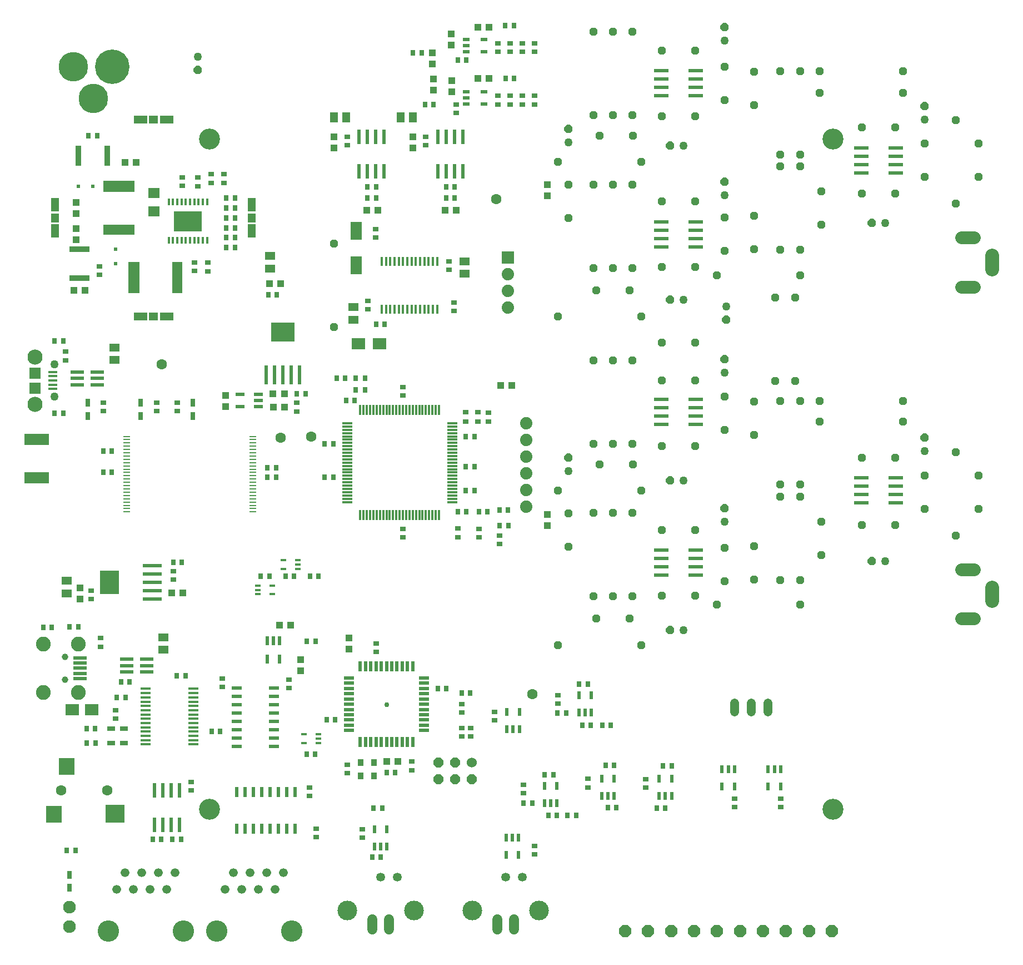
<source format=gts>
G75*
%MOIN*%
%OFA0B0*%
%FSLAX24Y24*%
%IPPOS*%
%LPD*%
%AMOC8*
5,1,8,0,0,1.08239X$1,22.5*
%
%ADD10C,0.1260*%
%ADD11R,0.0394X0.0433*%
%ADD12R,0.0610X0.0217*%
%ADD13R,0.0217X0.0610*%
%ADD14R,0.0276X0.0354*%
%ADD15R,0.0354X0.0276*%
%ADD16R,0.0315X0.0472*%
%ADD17C,0.0531*%
%ADD18C,0.1181*%
%ADD19R,0.0591X0.0157*%
%ADD20R,0.0846X0.0709*%
%ADD21R,0.0591X0.0512*%
%ADD22R,0.0787X0.0236*%
%ADD23R,0.0472X0.0315*%
%ADD24C,0.0394*%
%ADD25C,0.0886*%
%ADD26R,0.0787X0.0197*%
%ADD27R,0.0217X0.0472*%
%ADD28R,0.0354X0.0433*%
%ADD29C,0.0600*%
%ADD30C,0.0630*%
%ADD31R,0.0945X0.1004*%
%ADD32R,0.1142X0.1083*%
%ADD33C,0.0525*%
%ADD34C,0.1280*%
%ADD35OC8,0.0709*%
%ADD36C,0.0540*%
%ADD37R,0.0240X0.0870*%
%ADD38R,0.0236X0.0554*%
%ADD39R,0.0433X0.0394*%
%ADD40C,0.0760*%
%ADD41C,0.0600*%
%ADD42OC8,0.0600*%
%ADD43R,0.0236X0.0610*%
%ADD44R,0.0610X0.0236*%
%ADD45R,0.0120X0.0390*%
%ADD46R,0.1673X0.1201*%
%ADD47R,0.0709X0.0630*%
%ADD48R,0.0236X0.0236*%
%ADD49R,0.0620X0.1870*%
%ADD50R,0.0659X0.1870*%
%ADD51R,0.1870X0.0620*%
%ADD52R,0.1870X0.0659*%
%ADD53R,0.0413X0.0236*%
%ADD54R,0.0137X0.0550*%
%ADD55R,0.0709X0.1083*%
%ADD56OC8,0.0480*%
%ADD57R,0.0512X0.0591*%
%ADD58R,0.0870X0.0240*%
%ADD59OC8,0.0500*%
%ADD60C,0.0500*%
%ADD61R,0.0433X0.0098*%
%ADD62R,0.0138X0.0591*%
%ADD63R,0.0591X0.0138*%
%ADD64R,0.0354X0.0295*%
%ADD65C,0.1772*%
%ADD66C,0.2067*%
%ADD67C,0.0740*%
%ADD68R,0.1197X0.0319*%
%ADD69R,0.0319X0.1197*%
%ADD70C,0.0827*%
%ADD71C,0.0768*%
%ADD72R,0.0472X0.0551*%
%ADD73R,0.0551X0.0472*%
%ADD74R,0.0472X0.0787*%
%ADD75R,0.0787X0.0472*%
%ADD76C,0.0906*%
%ADD77C,0.0502*%
%ADD78R,0.0531X0.0157*%
%ADD79R,0.0709X0.0709*%
%ADD80R,0.0295X0.0354*%
%ADD81R,0.0740X0.0740*%
%ADD82R,0.1457X0.0669*%
%ADD83R,0.1166X0.1417*%
%ADD84R,0.1130X0.0200*%
%ADD85R,0.1417X0.1166*%
%ADD86R,0.0200X0.1130*%
%ADD87R,0.0554X0.0236*%
%ADD88R,0.0354X0.0157*%
%ADD89R,0.0236X0.0472*%
%ADD90C,0.0295*%
D10*
X011668Y019302D03*
X049070Y019302D03*
X049070Y059460D03*
X011668Y059460D03*
D11*
X019148Y059598D03*
X019148Y058928D03*
X023873Y058928D03*
X023873Y059598D03*
X025111Y062391D03*
X025111Y063060D03*
X025054Y063948D03*
X025054Y064617D03*
X026171Y065090D03*
X026171Y065759D03*
X026230Y062964D03*
X026230Y062294D03*
X031944Y056743D03*
X031944Y056074D03*
X031944Y036960D03*
X031944Y036291D03*
X020063Y029560D03*
X020063Y028891D03*
X017136Y028262D03*
X017136Y027593D03*
X022301Y022153D03*
X022970Y022153D03*
X003905Y031900D03*
X003905Y032569D03*
X012658Y043429D03*
X012658Y044099D03*
X003696Y053417D03*
X003696Y054086D03*
X003696Y054991D03*
X003696Y055661D03*
D12*
X020035Y027169D03*
X020035Y026854D03*
X020035Y026539D03*
X020035Y026224D03*
X020035Y025909D03*
X020035Y025594D03*
X020035Y025279D03*
X020035Y024964D03*
X020035Y024649D03*
X020035Y024334D03*
X020035Y024020D03*
X024562Y024020D03*
X024562Y024334D03*
X024562Y024649D03*
X024562Y024964D03*
X024562Y025279D03*
X024562Y025594D03*
X024562Y025909D03*
X024562Y026224D03*
X024562Y026539D03*
X024562Y026854D03*
X024562Y027169D03*
D13*
X023873Y027858D03*
X023559Y027858D03*
X023244Y027858D03*
X022929Y027858D03*
X022614Y027858D03*
X022299Y027858D03*
X021984Y027858D03*
X021669Y027858D03*
X021354Y027858D03*
X021039Y027858D03*
X020724Y027858D03*
X020724Y023331D03*
X021039Y023331D03*
X021354Y023331D03*
X021669Y023331D03*
X021984Y023331D03*
X022299Y023331D03*
X022614Y023331D03*
X022929Y023331D03*
X023244Y023331D03*
X023559Y023331D03*
X023873Y023331D03*
D14*
X022826Y021502D03*
X022314Y021502D03*
X022041Y019347D03*
X021530Y019347D03*
X021445Y016439D03*
X021957Y016439D03*
X018019Y022606D03*
X017508Y022606D03*
X018698Y024649D03*
X019210Y024649D03*
X018041Y029374D03*
X017529Y029374D03*
X017711Y033279D03*
X018223Y033279D03*
X016747Y033279D03*
X016235Y033279D03*
X015270Y033279D03*
X014759Y033279D03*
X010028Y034109D03*
X009516Y034109D03*
X005821Y039480D03*
X005310Y039480D03*
X005310Y040759D03*
X005821Y040759D03*
X002908Y043023D03*
X002396Y043023D03*
X002392Y047351D03*
X002903Y047351D03*
X012692Y052964D03*
X013203Y052964D03*
X013203Y053554D03*
X012692Y053554D03*
X012692Y054145D03*
X013203Y054145D03*
X013203Y054735D03*
X012692Y054735D03*
X012692Y055326D03*
X013203Y055326D03*
X013203Y055917D03*
X012692Y055917D03*
X015203Y050144D03*
X015715Y050144D03*
X019306Y045138D03*
X019818Y045138D03*
X019877Y043810D03*
X020388Y043810D03*
X019109Y041202D03*
X018597Y041202D03*
X018597Y039184D03*
X019109Y039184D03*
X015664Y039184D03*
X015152Y039184D03*
X015152Y039775D03*
X015664Y039775D03*
X016924Y044204D03*
X017436Y044204D03*
X021681Y048349D03*
X022193Y048349D03*
X027062Y041645D03*
X027573Y041645D03*
X027573Y039824D03*
X027062Y039824D03*
X027062Y038397D03*
X027573Y038397D03*
X027849Y037117D03*
X028361Y037117D03*
X029074Y037219D03*
X029586Y037219D03*
X029598Y036298D03*
X029087Y036298D03*
X027081Y037117D03*
X026570Y037117D03*
X025890Y026539D03*
X025378Y026539D03*
X026818Y026249D03*
X027330Y026249D03*
X031786Y021369D03*
X032298Y021369D03*
X031034Y019674D03*
X030522Y019674D03*
X032004Y018922D03*
X032515Y018922D03*
X033156Y018922D03*
X033668Y018922D03*
X035578Y019380D03*
X036090Y019380D03*
X035963Y021934D03*
X035451Y021934D03*
X035231Y024322D03*
X035743Y024322D03*
X034562Y024322D03*
X034050Y024322D03*
X033072Y025063D03*
X032561Y025063D03*
X033853Y026783D03*
X034365Y026783D03*
X038893Y021891D03*
X039405Y021891D03*
X039023Y019370D03*
X038511Y019370D03*
X012329Y023949D03*
X011817Y023949D03*
X010239Y027309D03*
X009727Y027309D03*
X006889Y026939D03*
X006377Y026939D03*
X006127Y025999D03*
X006639Y025999D03*
X004829Y024134D03*
X004317Y024134D03*
X004327Y023249D03*
X004839Y023249D03*
X008275Y017508D03*
X008787Y017508D03*
X009458Y017507D03*
X009969Y017507D03*
X003634Y016830D03*
X003122Y016830D03*
X003294Y030215D03*
X003806Y030215D03*
X002225Y030210D03*
X001714Y030210D03*
X021156Y055917D03*
X021668Y055917D03*
X021668Y056606D03*
X021156Y056606D03*
X024601Y061527D03*
X025113Y061527D03*
X026570Y064184D03*
X027081Y064184D03*
X029444Y063083D03*
X029956Y063083D03*
X029936Y066251D03*
X029424Y066251D03*
X024408Y064616D03*
X023896Y064616D03*
X025881Y056606D03*
X026392Y056606D03*
X026392Y055917D03*
X025881Y055917D03*
X004936Y059657D03*
X004424Y059657D03*
D15*
X010056Y057169D03*
X010056Y056657D03*
X010979Y056645D03*
X010979Y057157D03*
X011766Y057354D03*
X011766Y056842D03*
X012554Y056842D03*
X012554Y057354D03*
X011570Y052055D03*
X011570Y051543D03*
X010765Y051546D03*
X010765Y052058D03*
X005073Y051842D03*
X005073Y051330D03*
X003046Y046724D03*
X003046Y046212D03*
X005320Y043672D03*
X005320Y043161D03*
X008529Y043151D03*
X008529Y043663D03*
X009746Y043664D03*
X009746Y043152D03*
X016925Y043140D03*
X016925Y043652D03*
X021195Y049254D03*
X021195Y049766D03*
X021660Y053560D03*
X021660Y054071D03*
X026038Y052137D03*
X026038Y051625D03*
X026333Y049676D03*
X026333Y049165D03*
X023282Y044607D03*
X023282Y044096D03*
X028419Y043052D03*
X028419Y042540D03*
X027847Y036108D03*
X027847Y035597D03*
X029089Y035700D03*
X029089Y035188D03*
X026571Y035612D03*
X026571Y036124D03*
X023282Y036094D03*
X023282Y035582D03*
X021669Y029230D03*
X021669Y028718D03*
X016434Y027075D03*
X016434Y026564D03*
X012455Y026625D03*
X012455Y027137D03*
X009519Y033058D03*
X009519Y033570D03*
X005140Y029550D03*
X005140Y029038D03*
X004572Y031895D03*
X004572Y032407D03*
X006043Y025240D03*
X006043Y024728D03*
X010565Y020933D03*
X010565Y020421D03*
X017692Y020593D03*
X017692Y020081D03*
X018095Y018143D03*
X018095Y017631D03*
X020860Y017586D03*
X020860Y018098D03*
X019951Y021463D03*
X019951Y021975D03*
X023813Y022153D03*
X023813Y021641D03*
X026806Y023650D03*
X026806Y024162D03*
X027358Y024160D03*
X027358Y023648D03*
X026802Y025087D03*
X026802Y025599D03*
X028784Y025126D03*
X028784Y024614D03*
X030525Y020759D03*
X030525Y020247D03*
X031185Y017106D03*
X031185Y016594D03*
X034370Y020604D03*
X034370Y021116D03*
X037835Y021104D03*
X037835Y020592D03*
X032565Y025618D03*
X032565Y026130D03*
X043172Y019927D03*
X043172Y019415D03*
X045950Y019415D03*
X045950Y019927D03*
X024650Y059087D03*
X024650Y059599D03*
X026486Y061024D03*
X026486Y061536D03*
X028984Y061536D03*
X028984Y062048D03*
X029703Y062048D03*
X029703Y061536D03*
X030440Y061536D03*
X030440Y062048D03*
X031169Y062048D03*
X031169Y061536D03*
X031167Y064697D03*
X031167Y065209D03*
X030440Y065210D03*
X030440Y064698D03*
X029703Y064698D03*
X029703Y065210D03*
X028984Y065210D03*
X028984Y064698D03*
X019944Y059597D03*
X019944Y059086D03*
D16*
X010684Y043663D03*
X010684Y042875D03*
X007534Y042875D03*
X007534Y043663D03*
X004384Y043663D03*
X004384Y042875D03*
X003287Y015371D03*
X003287Y014584D03*
D17*
X021961Y015220D03*
X022961Y015220D03*
X029461Y015220D03*
X030461Y015220D03*
D18*
X031461Y013220D03*
X027461Y013220D03*
X023961Y013220D03*
X019961Y013220D03*
D19*
X010715Y023186D03*
X010715Y023442D03*
X010715Y023698D03*
X010715Y023954D03*
X010715Y024210D03*
X010715Y024465D03*
X010715Y024721D03*
X010715Y024977D03*
X010715Y025233D03*
X010715Y025489D03*
X010715Y025745D03*
X010715Y026001D03*
X010715Y026257D03*
X010715Y026513D03*
X007861Y026513D03*
X007861Y026257D03*
X007861Y026001D03*
X007861Y025745D03*
X007861Y025489D03*
X007861Y025233D03*
X007861Y024977D03*
X007861Y024721D03*
X007861Y024465D03*
X007861Y024210D03*
X007861Y023954D03*
X007861Y023698D03*
X007861Y023442D03*
X007861Y023186D03*
D20*
X004609Y025249D03*
X003447Y025249D03*
X020610Y047209D03*
X021889Y047209D03*
D21*
X020301Y048640D03*
X020301Y049388D03*
X015310Y051704D03*
X015310Y052452D03*
X005972Y046965D03*
X005972Y046217D03*
X003105Y032983D03*
X003105Y032235D03*
X008903Y029604D03*
X008903Y028856D03*
X026989Y051380D03*
X026989Y052128D03*
D22*
X007923Y028283D03*
X007923Y027909D03*
X007923Y027535D03*
X006703Y027535D03*
X006703Y027909D03*
X006703Y028283D03*
X004955Y044739D03*
X004955Y045113D03*
X004955Y045487D03*
X003734Y045487D03*
X003734Y045113D03*
X003734Y044739D03*
D23*
X005774Y024134D03*
X006562Y024134D03*
X006562Y023249D03*
X005774Y023249D03*
D24*
X003020Y027060D03*
X003020Y028438D03*
D25*
X003807Y029186D03*
X001720Y029186D03*
X001720Y026312D03*
X003807Y026312D03*
D26*
X003906Y027119D03*
X003906Y027434D03*
X003906Y027749D03*
X003906Y028064D03*
X003906Y028379D03*
D27*
X021577Y018084D03*
X022325Y018084D03*
X022325Y017060D03*
X021951Y017060D03*
X021577Y017060D03*
X029481Y016569D03*
X029481Y017592D03*
X029855Y017592D03*
X030229Y017592D03*
X030229Y016569D03*
X035211Y020100D03*
X035585Y020100D03*
X035959Y020100D03*
X035959Y021124D03*
X035211Y021124D03*
X038656Y021124D03*
X039404Y021124D03*
X039404Y020100D03*
X039030Y020100D03*
X038656Y020100D03*
X042428Y020661D03*
X043176Y020661D03*
X043176Y021684D03*
X042802Y021684D03*
X042428Y021684D03*
X045196Y021684D03*
X045570Y021684D03*
X045944Y021684D03*
X045944Y020661D03*
X045196Y020661D03*
X030268Y024098D03*
X029894Y024098D03*
X029520Y024098D03*
X029520Y025122D03*
X030268Y025122D03*
D28*
X021559Y022082D03*
X020732Y022082D03*
X020732Y021294D03*
X021559Y021294D03*
D29*
X021461Y012697D02*
X021461Y012097D01*
X022461Y012097D02*
X022461Y012697D01*
X028961Y012697D02*
X028961Y012097D01*
X029961Y012097D02*
X029961Y012697D01*
D30*
X031058Y026192D03*
X017770Y041645D03*
X015949Y041546D03*
X008814Y045976D03*
X028892Y055867D03*
X005551Y020427D03*
X002795Y020427D03*
D31*
X003110Y021874D03*
X002362Y018980D03*
D32*
X006023Y019020D03*
D33*
X006625Y015480D03*
X007625Y015480D03*
X007125Y014480D03*
X008125Y014480D03*
X008625Y015480D03*
X009125Y014480D03*
X009625Y015480D03*
X012625Y014480D03*
X013125Y015480D03*
X013625Y014480D03*
X014625Y014480D03*
X014125Y015480D03*
X015125Y015480D03*
X015625Y014480D03*
X016125Y015480D03*
X006125Y014480D03*
D34*
X005625Y011980D03*
X010125Y011980D03*
X012125Y011980D03*
X016625Y011980D03*
D35*
X036615Y011999D03*
X037993Y011999D03*
X039371Y011999D03*
X040749Y011999D03*
X042126Y011999D03*
X043504Y011999D03*
X044882Y011999D03*
X046260Y011999D03*
X047638Y011999D03*
X049016Y011999D03*
D36*
X045180Y025127D02*
X045180Y025667D01*
X044180Y025667D02*
X044180Y025127D01*
X043180Y025127D02*
X043180Y025667D01*
D37*
X026886Y057544D03*
X026386Y057544D03*
X025886Y057544D03*
X025386Y057544D03*
X025386Y059604D03*
X025886Y059604D03*
X026386Y059604D03*
X026886Y059604D03*
X022162Y059604D03*
X021662Y059604D03*
X021162Y059604D03*
X020662Y059604D03*
X020662Y057544D03*
X021162Y057544D03*
X021662Y057544D03*
X022162Y057544D03*
X009875Y020427D03*
X009375Y020427D03*
X008875Y020427D03*
X008375Y020427D03*
X008375Y018367D03*
X008875Y018367D03*
X009375Y018367D03*
X009875Y018367D03*
D38*
X015138Y028294D03*
X015886Y028294D03*
X015886Y029400D03*
X015512Y029400D03*
X015138Y029400D03*
D39*
X015881Y030342D03*
X016550Y030342D03*
X010069Y032279D03*
X009399Y032279D03*
X015498Y043412D03*
X016167Y043412D03*
X016164Y044210D03*
X015495Y044210D03*
X015270Y050798D03*
X015940Y050798D03*
X021117Y055200D03*
X021787Y055200D03*
X025802Y055200D03*
X026471Y055200D03*
X027788Y063083D03*
X028458Y063083D03*
X028458Y066156D03*
X027788Y066156D03*
X029148Y044696D03*
X029818Y044696D03*
X007283Y058077D03*
X006614Y058077D03*
X004227Y050405D03*
X003558Y050405D03*
D40*
X003287Y012263D03*
X003287Y013433D03*
D41*
X027416Y022112D03*
D42*
X026416Y022112D03*
X025416Y022112D03*
X025416Y021112D03*
X026416Y021112D03*
X027416Y021112D03*
D43*
X016822Y020345D03*
X016322Y020345D03*
X015822Y020345D03*
X015322Y020345D03*
X014822Y020345D03*
X014322Y020345D03*
X013822Y020345D03*
X013322Y020345D03*
X013322Y018141D03*
X013822Y018141D03*
X014322Y018141D03*
X014822Y018141D03*
X015322Y018141D03*
X015822Y018141D03*
X016322Y018141D03*
X016822Y018141D03*
D44*
X015531Y023061D03*
X015531Y023561D03*
X015531Y024061D03*
X015531Y024561D03*
X015531Y025061D03*
X015531Y025561D03*
X015531Y026061D03*
X015531Y026561D03*
X013326Y026561D03*
X013326Y026061D03*
X013326Y025561D03*
X013326Y025061D03*
X013326Y024561D03*
X013326Y024061D03*
X013326Y023561D03*
X013326Y023061D03*
D45*
X011534Y053390D03*
X011278Y053390D03*
X011022Y053390D03*
X010766Y053390D03*
X010510Y053390D03*
X010255Y053390D03*
X009999Y053390D03*
X009743Y053390D03*
X009487Y053390D03*
X009231Y053390D03*
X009231Y055687D03*
X009487Y055687D03*
X009743Y055687D03*
X009999Y055687D03*
X010255Y055687D03*
X010510Y055687D03*
X010766Y055687D03*
X011022Y055687D03*
X011278Y055687D03*
X011534Y055687D03*
D46*
X010388Y054539D03*
D47*
X008340Y055138D03*
X008340Y056241D03*
D48*
X006057Y052853D03*
X006057Y051987D03*
X004679Y056631D03*
X003813Y056631D03*
D49*
X009745Y051163D03*
D50*
X007147Y051163D03*
D51*
X006255Y054027D03*
D52*
X006255Y056625D03*
D53*
X027080Y061546D03*
X027080Y061920D03*
X027080Y062294D03*
X028146Y062294D03*
X028146Y061546D03*
X028146Y064696D03*
X027080Y064696D03*
X027080Y065070D03*
X027080Y065444D03*
X028146Y065444D03*
D54*
X025339Y052139D03*
X025083Y052139D03*
X024827Y052139D03*
X024571Y052139D03*
X024316Y052139D03*
X024060Y052139D03*
X023804Y052139D03*
X023548Y052139D03*
X023292Y052139D03*
X023036Y052139D03*
X022780Y052139D03*
X022524Y052139D03*
X022268Y052139D03*
X022012Y052139D03*
X022012Y049261D03*
X022268Y049261D03*
X022524Y049261D03*
X022780Y049261D03*
X023036Y049261D03*
X023292Y049261D03*
X023548Y049261D03*
X023804Y049261D03*
X024060Y049261D03*
X024316Y049261D03*
X024571Y049261D03*
X024827Y049261D03*
X025083Y049261D03*
X025339Y049261D03*
D55*
X020471Y051892D03*
X020471Y053959D03*
D56*
X019148Y053200D03*
X019148Y048200D03*
X032593Y048830D03*
X034881Y050405D03*
X034699Y051743D03*
X035881Y051743D03*
X037062Y051743D03*
X036881Y050405D03*
X037593Y048830D03*
X038818Y047255D03*
X040818Y047255D03*
X040818Y044991D03*
X038818Y044991D03*
X037062Y046212D03*
X035881Y046212D03*
X034699Y046212D03*
X034699Y041212D03*
X035881Y041212D03*
X035077Y039972D03*
X037077Y039972D03*
X037062Y041212D03*
X038818Y041054D03*
X040818Y041054D03*
X042573Y042023D03*
X042573Y044023D03*
X044345Y043728D03*
X045920Y043751D03*
X047101Y043751D03*
X048281Y043750D03*
X048281Y042531D03*
X046806Y044952D03*
X045625Y044952D03*
X044345Y041728D03*
X045920Y038751D03*
X045920Y038043D03*
X047101Y038043D03*
X047101Y038751D03*
X048381Y036543D03*
X048381Y034543D03*
X047101Y033043D03*
X045920Y033043D03*
X044345Y033066D03*
X044345Y035066D03*
X042573Y034968D03*
X042573Y032968D03*
X042102Y031552D03*
X040818Y032098D03*
X038818Y032098D03*
X037062Y032058D03*
X035881Y032058D03*
X034699Y032058D03*
X034881Y030720D03*
X036881Y030720D03*
X037593Y029145D03*
X032593Y029145D03*
X033223Y035035D03*
X033223Y037035D03*
X032593Y038397D03*
X034699Y037058D03*
X035881Y037058D03*
X037062Y037058D03*
X037593Y038397D03*
X038818Y036035D03*
X040818Y036035D03*
X047102Y031552D03*
X050825Y036330D03*
X052825Y036330D03*
X054581Y037298D03*
X054581Y039298D03*
X056451Y040700D03*
X057829Y039298D03*
X057829Y037298D03*
X056451Y035700D03*
X052825Y040365D03*
X050825Y040365D03*
X053281Y042531D03*
X053281Y043750D03*
X046806Y049952D03*
X045625Y049952D03*
X047100Y051311D03*
X047101Y052826D03*
X045920Y052826D03*
X044345Y052850D03*
X042573Y052751D03*
X042100Y051311D03*
X040818Y051783D03*
X038818Y051783D03*
X038818Y055720D03*
X040818Y055720D03*
X042573Y054751D03*
X044345Y054850D03*
X045920Y057826D03*
X045920Y058535D03*
X047101Y058535D03*
X047101Y057826D03*
X048381Y056326D03*
X048381Y054326D03*
X050825Y056212D03*
X052825Y056212D03*
X054581Y057180D03*
X054581Y059180D03*
X056451Y060582D03*
X057829Y059180D03*
X057829Y057180D03*
X056451Y055582D03*
X052825Y060149D03*
X050825Y060149D03*
X053291Y062216D03*
X053291Y063535D03*
X048291Y063535D03*
X047101Y063535D03*
X045920Y063535D03*
X044345Y063511D03*
X042573Y063806D03*
X042573Y061806D03*
X044345Y061511D03*
X040818Y060838D03*
X038818Y060838D03*
X037062Y060897D03*
X035881Y060897D03*
X034699Y060897D03*
X035077Y059657D03*
X037077Y059657D03*
X037593Y058082D03*
X037062Y056743D03*
X035881Y056743D03*
X034699Y056743D03*
X033223Y056720D03*
X032593Y058082D03*
X033223Y054720D03*
X038818Y064775D03*
X040818Y064775D03*
X037062Y065897D03*
X035881Y065897D03*
X034699Y065897D03*
X048291Y062216D03*
D57*
X023879Y060762D03*
X023131Y060762D03*
X019890Y060762D03*
X019142Y060762D03*
D58*
X038788Y062056D03*
X038788Y062556D03*
X038788Y063056D03*
X038788Y063556D03*
X040848Y063556D03*
X040848Y063056D03*
X040848Y062556D03*
X040848Y062056D03*
X040848Y054501D03*
X040848Y054001D03*
X040848Y053501D03*
X040848Y053001D03*
X038788Y053001D03*
X038788Y053501D03*
X038788Y054001D03*
X038788Y054501D03*
X038788Y043871D03*
X038788Y043371D03*
X038788Y042871D03*
X038788Y042371D03*
X040848Y042371D03*
X040848Y042871D03*
X040848Y043371D03*
X040848Y043871D03*
X040848Y034816D03*
X040848Y034316D03*
X040848Y033816D03*
X040848Y033316D03*
X038788Y033316D03*
X038788Y033816D03*
X038788Y034316D03*
X038788Y034816D03*
X050795Y037647D03*
X050795Y038147D03*
X050795Y038647D03*
X050795Y039147D03*
X052855Y039147D03*
X052855Y038647D03*
X052855Y038147D03*
X052855Y037647D03*
X052855Y057430D03*
X052855Y057930D03*
X052855Y058430D03*
X052855Y058930D03*
X050795Y058930D03*
X050795Y058430D03*
X050795Y057930D03*
X050795Y057430D03*
D59*
X051425Y054440D03*
X054581Y061435D03*
X042573Y056907D03*
X039319Y059066D03*
X033223Y060057D03*
X042573Y066159D03*
X039319Y049814D03*
X042672Y048627D03*
X042573Y046277D03*
X039319Y038987D03*
X042573Y037320D03*
X039319Y030031D03*
X033223Y040372D03*
X051425Y034165D03*
X054581Y041553D03*
X010979Y063587D03*
D60*
X010979Y064387D03*
X033223Y059257D03*
X040119Y059066D03*
X042573Y056107D03*
X040119Y049814D03*
X042672Y049427D03*
X042573Y045477D03*
X040119Y038987D03*
X042573Y036520D03*
X040119Y030031D03*
X033223Y039572D03*
X052225Y034165D03*
X054581Y040753D03*
X052225Y054440D03*
X054581Y060635D03*
X042573Y065359D03*
D61*
X014266Y041645D03*
X014266Y041448D03*
X014266Y041251D03*
X014266Y041054D03*
X014266Y040857D03*
X014266Y040661D03*
X014266Y040464D03*
X014266Y040267D03*
X014266Y040070D03*
X014266Y039873D03*
X014266Y039676D03*
X014266Y039480D03*
X014266Y039283D03*
X014266Y039086D03*
X014266Y038889D03*
X014266Y038692D03*
X014266Y038495D03*
X014266Y038298D03*
X014266Y038102D03*
X014266Y037905D03*
X014266Y037708D03*
X014266Y037511D03*
X014266Y037314D03*
X014266Y037117D03*
X006707Y037117D03*
X006707Y037314D03*
X006707Y037511D03*
X006707Y037708D03*
X006707Y037905D03*
X006707Y038102D03*
X006707Y038298D03*
X006707Y038495D03*
X006707Y038692D03*
X006707Y038889D03*
X006707Y039086D03*
X006707Y039283D03*
X006707Y039480D03*
X006707Y039676D03*
X006707Y039873D03*
X006707Y040070D03*
X006707Y040267D03*
X006707Y040464D03*
X006707Y040661D03*
X006707Y040857D03*
X006707Y041054D03*
X006707Y041251D03*
X006707Y041448D03*
X006707Y041645D03*
D62*
X020723Y043220D03*
X020920Y043220D03*
X021117Y043220D03*
X021314Y043220D03*
X021510Y043220D03*
X021707Y043220D03*
X021904Y043220D03*
X022101Y043220D03*
X022298Y043220D03*
X022495Y043220D03*
X022692Y043220D03*
X022888Y043220D03*
X023085Y043220D03*
X023282Y043220D03*
X023479Y043220D03*
X023676Y043220D03*
X023873Y043220D03*
X024070Y043220D03*
X024266Y043220D03*
X024463Y043220D03*
X024660Y043220D03*
X024857Y043220D03*
X025054Y043220D03*
X025251Y043220D03*
X025447Y043220D03*
X025447Y036920D03*
X025251Y036920D03*
X025054Y036920D03*
X024857Y036920D03*
X024660Y036920D03*
X024463Y036920D03*
X024266Y036920D03*
X024070Y036920D03*
X023873Y036920D03*
X023676Y036920D03*
X023479Y036920D03*
X023282Y036920D03*
X023085Y036920D03*
X022888Y036920D03*
X022692Y036920D03*
X022495Y036920D03*
X022298Y036920D03*
X022101Y036920D03*
X021904Y036920D03*
X021707Y036920D03*
X021510Y036920D03*
X021314Y036920D03*
X021117Y036920D03*
X020920Y036920D03*
X020723Y036920D03*
D63*
X019936Y037708D03*
X019936Y037905D03*
X019936Y038102D03*
X019936Y038298D03*
X019936Y038495D03*
X019936Y038692D03*
X019936Y038889D03*
X019936Y039086D03*
X019936Y039283D03*
X019936Y039480D03*
X019936Y039676D03*
X019936Y039873D03*
X019936Y040070D03*
X019936Y040267D03*
X019936Y040464D03*
X019936Y040661D03*
X019936Y040857D03*
X019936Y041054D03*
X019936Y041251D03*
X019936Y041448D03*
X019936Y041645D03*
X019936Y041842D03*
X019936Y042039D03*
X019936Y042235D03*
X019936Y042432D03*
X026235Y042432D03*
X026235Y042235D03*
X026235Y042039D03*
X026235Y041842D03*
X026235Y041645D03*
X026235Y041448D03*
X026235Y041251D03*
X026235Y041054D03*
X026235Y040857D03*
X026235Y040661D03*
X026235Y040464D03*
X026235Y040267D03*
X026235Y040070D03*
X026235Y039873D03*
X026235Y039676D03*
X026235Y039480D03*
X026235Y039283D03*
X026235Y039086D03*
X026235Y038889D03*
X026235Y038692D03*
X026235Y038495D03*
X026235Y038298D03*
X026235Y038102D03*
X026235Y037905D03*
X026235Y037708D03*
D64*
X027062Y042541D03*
X027062Y043111D03*
X027770Y043111D03*
X027770Y042541D03*
D65*
X004699Y061881D03*
X003499Y063810D03*
D66*
X005861Y063810D03*
D67*
X029581Y051373D03*
X029581Y050373D03*
X029581Y049373D03*
X030664Y042413D03*
X030664Y041413D03*
X030664Y040413D03*
X030664Y039413D03*
X030664Y038413D03*
X030664Y037413D03*
D68*
X003892Y051113D03*
X003892Y052846D03*
D69*
X003814Y058476D03*
X005546Y058476D03*
D70*
X058617Y052491D02*
X058617Y051665D01*
X058617Y032609D02*
X058617Y031783D01*
D71*
X057544Y030720D02*
X056776Y030720D01*
X056776Y033672D02*
X057544Y033672D01*
X057544Y050602D02*
X056776Y050602D01*
X056776Y053554D02*
X057544Y053554D01*
D72*
X014227Y054735D03*
X002416Y054735D03*
D73*
X008321Y048830D03*
X008321Y060641D03*
D74*
X002416Y055523D03*
X002416Y053948D03*
X014227Y053948D03*
X014227Y055523D03*
D75*
X009109Y060641D03*
X007534Y060641D03*
X007534Y048830D03*
X009109Y048830D03*
D76*
X001211Y046409D03*
X001211Y043574D03*
D77*
X002392Y044037D03*
X002392Y045946D03*
D78*
X002264Y045503D03*
X002264Y045247D03*
X002264Y044991D03*
X002264Y044735D03*
X002264Y044480D03*
D79*
X001211Y044539D03*
X001211Y045444D03*
D80*
X020453Y045133D03*
X021023Y045133D03*
X021023Y044425D03*
X020453Y044425D03*
D81*
X029581Y052373D03*
D82*
X001304Y041478D03*
X001304Y039155D03*
D83*
X005667Y032897D03*
D84*
X008237Y032897D03*
X008237Y033397D03*
X008237Y033897D03*
X008237Y032397D03*
X008237Y031897D03*
D85*
X016097Y047886D03*
D86*
X016097Y045316D03*
X015597Y045316D03*
X015097Y045316D03*
X016597Y045316D03*
X017097Y045316D03*
D87*
X014612Y044178D03*
X014612Y043804D03*
X014612Y043430D03*
X013507Y043430D03*
X013507Y044178D03*
D88*
X016107Y034224D03*
X016107Y033712D03*
X016973Y033712D03*
X016973Y033968D03*
X016973Y034224D03*
X015447Y032698D03*
X015447Y032186D03*
X014581Y032186D03*
X014581Y032442D03*
X014581Y032698D03*
X017337Y023791D03*
X017337Y023279D03*
X018203Y023279D03*
X018203Y023535D03*
X018203Y023791D03*
D89*
X031766Y020702D03*
X032514Y020702D03*
X032514Y019674D03*
X032140Y019674D03*
X031766Y019674D03*
X033833Y025087D03*
X034207Y025087D03*
X034581Y025087D03*
X034581Y026116D03*
X033833Y026116D03*
D90*
X022299Y025575D03*
M02*

</source>
